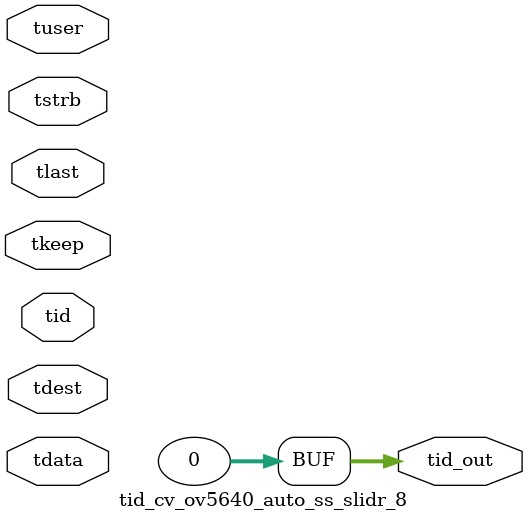
<source format=v>


`timescale 1ps/1ps

module tid_cv_ov5640_auto_ss_slidr_8 #
(
parameter C_S_AXIS_TID_WIDTH   = 1,
parameter C_S_AXIS_TUSER_WIDTH = 0,
parameter C_S_AXIS_TDATA_WIDTH = 0,
parameter C_S_AXIS_TDEST_WIDTH = 0,
parameter C_M_AXIS_TID_WIDTH   = 32
)
(
input  [(C_S_AXIS_TID_WIDTH   == 0 ? 1 : C_S_AXIS_TID_WIDTH)-1:0       ] tid,
input  [(C_S_AXIS_TDATA_WIDTH == 0 ? 1 : C_S_AXIS_TDATA_WIDTH)-1:0     ] tdata,
input  [(C_S_AXIS_TUSER_WIDTH == 0 ? 1 : C_S_AXIS_TUSER_WIDTH)-1:0     ] tuser,
input  [(C_S_AXIS_TDEST_WIDTH == 0 ? 1 : C_S_AXIS_TDEST_WIDTH)-1:0     ] tdest,
input  [(C_S_AXIS_TDATA_WIDTH/8)-1:0 ] tkeep,
input  [(C_S_AXIS_TDATA_WIDTH/8)-1:0 ] tstrb,
input                                                                    tlast,
output [(C_M_AXIS_TID_WIDTH   == 0 ? 1 : C_M_AXIS_TID_WIDTH)-1:0       ] tid_out
);

assign tid_out = {1'b0};

endmodule


</source>
